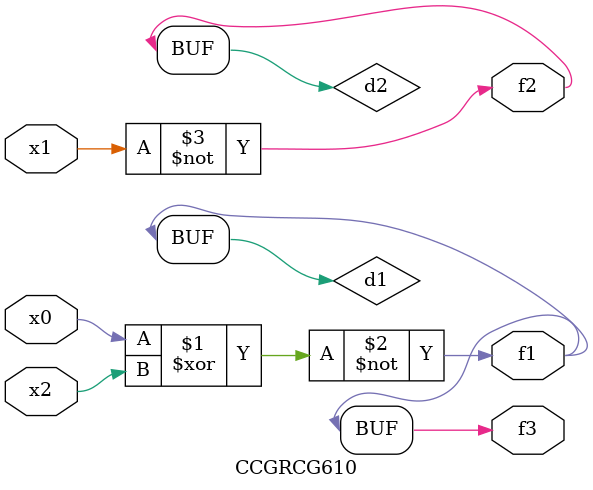
<source format=v>
module CCGRCG610(
	input x0, x1, x2,
	output f1, f2, f3
);

	wire d1, d2, d3;

	xnor (d1, x0, x2);
	nand (d2, x1);
	nor (d3, x1, x2);
	assign f1 = d1;
	assign f2 = d2;
	assign f3 = d1;
endmodule

</source>
